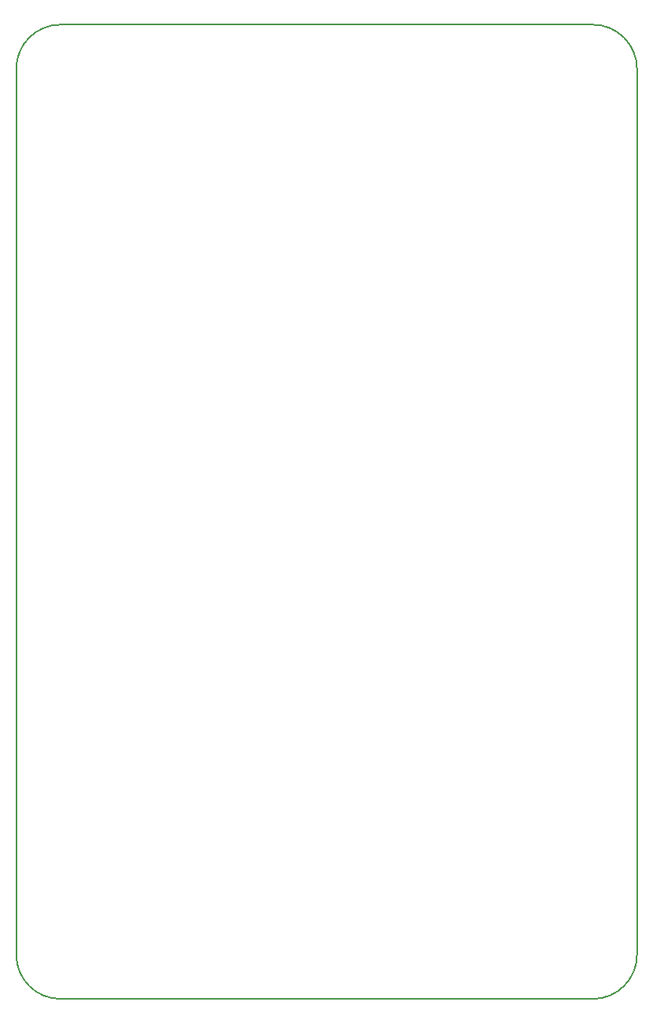
<source format=gm1>
G04 #@! TF.FileFunction,Profile,NP*
%FSLAX46Y46*%
G04 Gerber Fmt 4.6, Leading zero omitted, Abs format (unit mm)*
G04 Created by KiCad (PCBNEW 4.0.0-rc1-stable) date 30.3.2016 9:53:04*
%MOMM*%
G01*
G04 APERTURE LIST*
%ADD10C,0.150000*%
G04 APERTURE END LIST*
D10*
X-4750000Y-95300000D02*
G75*
G03X0Y-100050000I4750000J0D01*
G01*
X57300000Y-100050000D02*
G75*
G03X62050000Y-95300000I0J4750000D01*
G01*
X62050000Y0D02*
G75*
G03X57300000Y4750000I-4750000J0D01*
G01*
X0Y4750000D02*
G75*
G03X-4750000Y0I0J-4750000D01*
G01*
X62050000Y0D02*
X62050000Y-95300000D01*
X-4750000Y-95300000D02*
X-4750000Y0D01*
X57300000Y-100050000D02*
X0Y-100050000D01*
X57300000Y4750000D02*
X0Y4750000D01*
M02*

</source>
